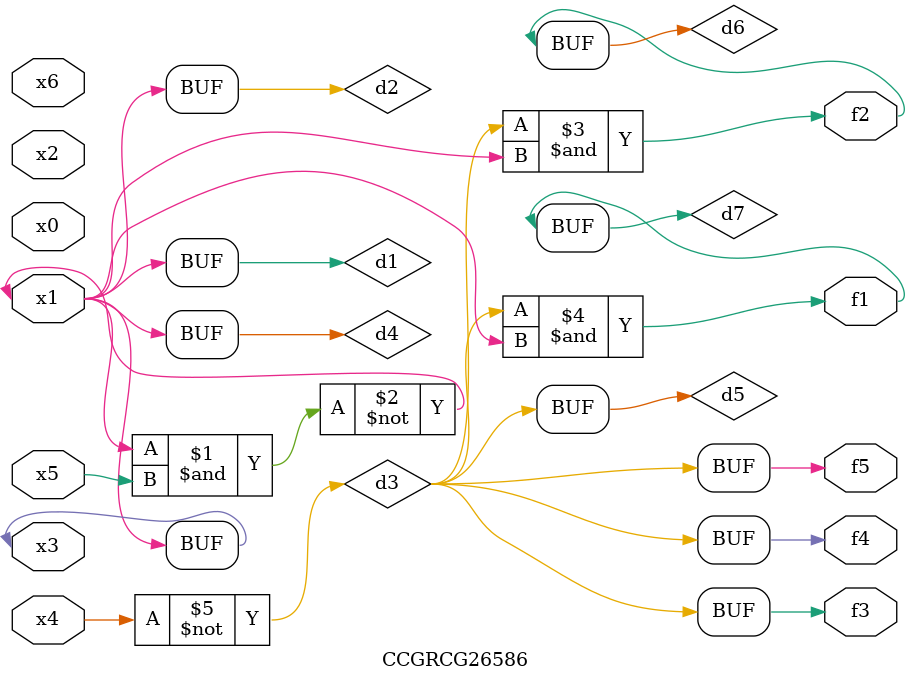
<source format=v>
module CCGRCG26586(
	input x0, x1, x2, x3, x4, x5, x6,
	output f1, f2, f3, f4, f5
);

	wire d1, d2, d3, d4, d5, d6, d7;

	buf (d1, x1, x3);
	nand (d2, x1, x5);
	not (d3, x4);
	buf (d4, d1, d2);
	buf (d5, d3);
	and (d6, d3, d4);
	and (d7, d3, d4);
	assign f1 = d7;
	assign f2 = d6;
	assign f3 = d5;
	assign f4 = d5;
	assign f5 = d5;
endmodule

</source>
